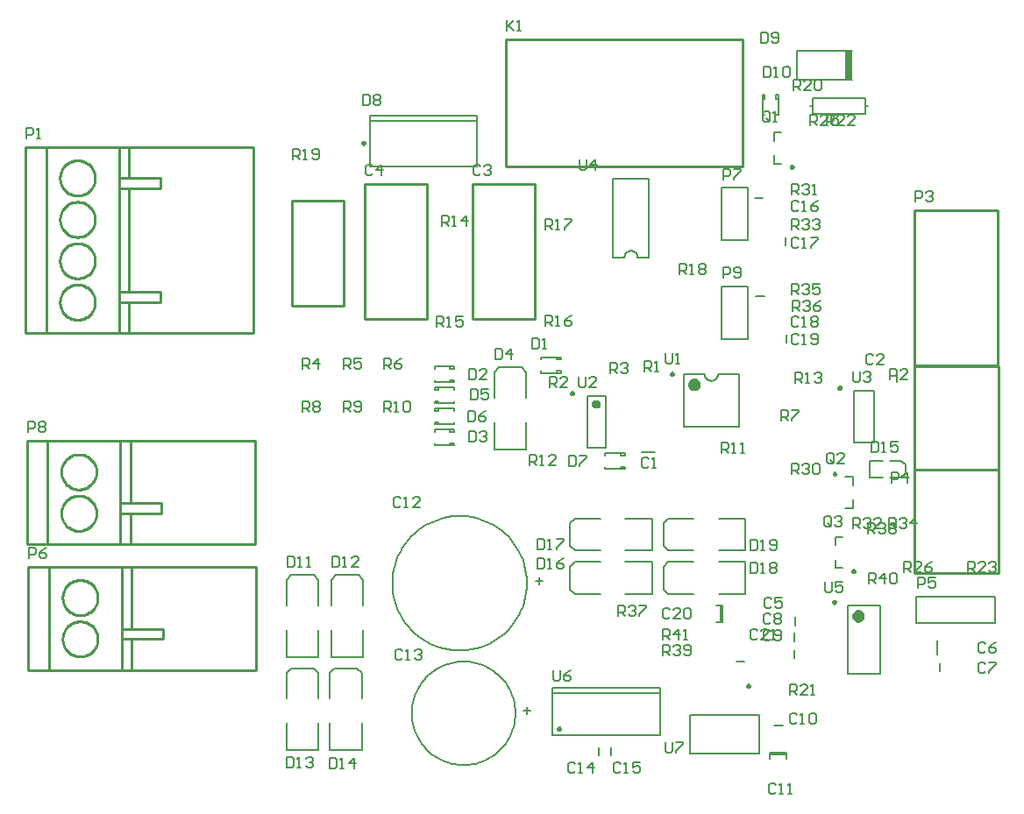
<source format=gto>
%FSDAX24Y24*%
%MOIN*%
%SFA1B1*%

%IPPOS*%
%ADD10C,0.008000*%
%ADD30C,0.010000*%
%ADD55C,0.009800*%
%ADD56C,0.007900*%
%ADD57C,0.023600*%
%ADD58C,0.015700*%
%ADD59R,0.031500X0.110200*%
%LNde-160724-1*%
%LPD*%
G54D10*
X030067Y029033D02*
X030000Y029100D01*
X029867*
X029800Y029033*
Y028767*
X029867Y028700*
X030000*
X030067Y028767*
X030200Y028700D02*
X030333D01*
X030267*
Y029100*
X030200Y029033*
X038607Y032953D02*
X038540Y033020D01*
X038407*
X038340Y032953*
Y032687*
X038407Y032620*
X038540*
X038607Y032687*
X039006Y032620D02*
X038740D01*
X039006Y032887*
Y032953*
X038940Y033020*
X038807*
X038740Y032953*
X023667Y040142D02*
X023600Y040208D01*
X023467*
X023400Y040142*
Y039875*
X023467Y039808*
X023600*
X023667Y039875*
X023800Y040142D02*
X023867Y040208D01*
X024000*
X024066Y040142*
Y040075*
X024000Y040008*
X023933*
X024000*
X024066Y039942*
Y039875*
X024000Y039808*
X023867*
X023800Y039875*
X019567Y040142D02*
X019500Y040208D01*
X019367*
X019300Y040142*
Y039875*
X019367Y039808*
X019500*
X019567Y039875*
X019900Y039808D02*
Y040208D01*
X019700Y040008*
X019966*
X034722Y023703D02*
X034655Y023770D01*
X034522*
X034455Y023703*
Y023437*
X034522Y023370*
X034655*
X034722Y023437*
X035122Y023770D02*
X034855D01*
Y023570*
X034989Y023637*
X035055*
X035122Y023570*
Y023437*
X035055Y023370*
X034922*
X034855Y023437*
X042867Y021983D02*
X042800Y022050D01*
X042667*
X042600Y021983*
Y021717*
X042667Y021650*
X042800*
X042867Y021717*
X043266Y022050D02*
X043133Y021983D01*
X043000Y021850*
Y021717*
X043067Y021650*
X043200*
X043266Y021717*
Y021783*
X043200Y021850*
X043000*
X042867Y021233D02*
X042800Y021300D01*
X042667*
X042600Y021233*
Y020967*
X042667Y020900*
X042800*
X042867Y020967*
X043000Y021300D02*
X043266D01*
Y021233*
X043000Y020967*
Y020900*
X034707Y023103D02*
X034640Y023170D01*
X034507*
X034440Y023103*
Y022837*
X034507Y022770*
X034640*
X034707Y022837*
X034840Y023103D02*
X034907Y023170D01*
X035040*
X035106Y023103*
Y023037*
X035040Y022970*
X035106Y022903*
Y022837*
X035040Y022770*
X034907*
X034840Y022837*
Y022903*
X034907Y022970*
X034840Y023037*
Y023103*
X034907Y022970D02*
X035040D01*
X034707Y022453D02*
X034640Y022520D01*
X034507*
X034440Y022453*
Y022187*
X034507Y022120*
X034640*
X034707Y022187*
X034840D02*
X034907Y022120D01*
X035040*
X035106Y022187*
Y022453*
X035040Y022520*
X034907*
X034840Y022453*
Y022387*
X034907Y022320*
X035106*
X035717Y019283D02*
X035650Y019350D01*
X035517*
X035450Y019283*
Y019017*
X035517Y018950*
X035650*
X035717Y019017*
X035850Y018950D02*
X035983D01*
X035917*
Y019350*
X035850Y019283*
X036183D02*
X036250Y019350D01*
X036383*
X036450Y019283*
Y019017*
X036383Y018950*
X036250*
X036183Y019017*
Y019283*
X034917Y016633D02*
X034850Y016700D01*
X034717*
X034650Y016633*
Y016367*
X034717Y016300*
X034850*
X034917Y016367*
X035050Y016300D02*
X035183D01*
X035117*
Y016700*
X035050Y016633*
X035383Y016300D02*
X035516D01*
X035450*
Y016700*
X035383Y016633*
X020637Y027513D02*
X020570Y027580D01*
X020437*
X020370Y027513*
Y027247*
X020437Y027180*
X020570*
X020637Y027247*
X020770Y027180D02*
X020903D01*
X020837*
Y027580*
X020770Y027513*
X021370Y027180D02*
X021103D01*
X021370Y027447*
Y027513*
X021303Y027580*
X021170*
X021103Y027513*
X020717Y021733D02*
X020650Y021800D01*
X020517*
X020450Y021733*
Y021467*
X020517Y021400*
X020650*
X020717Y021467*
X020850Y021400D02*
X020983D01*
X020917*
Y021800*
X020850Y021733*
X021183D02*
X021250Y021800D01*
X021383*
X021450Y021733*
Y021667*
X021383Y021600*
X021316*
X021383*
X021450Y021533*
Y021467*
X021383Y021400*
X021250*
X021183Y021467*
X027267Y017433D02*
X027200Y017500D01*
X027067*
X027000Y017433*
Y017167*
X027067Y017100*
X027200*
X027267Y017167*
X027400Y017100D02*
X027533D01*
X027467*
Y017500*
X027400Y017433*
X027933Y017100D02*
Y017500D01*
X027733Y017300*
X028000*
X029017Y017433D02*
X028950Y017500D01*
X028817*
X028750Y017433*
Y017167*
X028817Y017100*
X028950*
X029017Y017167*
X029150Y017100D02*
X029283D01*
X029217*
Y017500*
X029150Y017433*
X029750Y017500D02*
X029483D01*
Y017300*
X029616Y017367*
X029683*
X029750Y017300*
Y017167*
X029683Y017100*
X029550*
X029483Y017167*
X035767Y038783D02*
X035700Y038850D01*
X035567*
X035500Y038783*
Y038517*
X035567Y038450*
X035700*
X035767Y038517*
X035900Y038450D02*
X036033D01*
X035967*
Y038850*
X035900Y038783*
X036500Y038850D02*
X036366Y038783D01*
X036233Y038650*
Y038517*
X036300Y038450*
X036433*
X036500Y038517*
Y038583*
X036433Y038650*
X036233*
X035767Y037383D02*
X035700Y037450D01*
X035567*
X035500Y037383*
Y037117*
X035567Y037050*
X035700*
X035767Y037117*
X035900Y037050D02*
X036033D01*
X035967*
Y037450*
X035900Y037383*
X036233Y037450D02*
X036500D01*
Y037383*
X036233Y037117*
Y037050*
X035767Y034383D02*
X035700Y034450D01*
X035567*
X035500Y034383*
Y034117*
X035567Y034050*
X035700*
X035767Y034117*
X035900Y034050D02*
X036033D01*
X035967*
Y034450*
X035900Y034383*
X036233D02*
X036300Y034450D01*
X036433*
X036500Y034383*
Y034317*
X036433Y034250*
X036500Y034183*
Y034117*
X036433Y034050*
X036300*
X036233Y034117*
Y034183*
X036300Y034250*
X036233Y034317*
Y034383*
X036300Y034250D02*
X036433D01*
X035767Y033733D02*
X035700Y033800D01*
X035567*
X035500Y033733*
Y033467*
X035567Y033400*
X035700*
X035767Y033467*
X035900Y033400D02*
X036033D01*
X035967*
Y033800*
X035900Y033733*
X036233Y033467D02*
X036300Y033400D01*
X036433*
X036500Y033467*
Y033733*
X036433Y033800*
X036300*
X036233Y033733*
Y033667*
X036300Y033600*
X036500*
X030867Y023283D02*
X030800Y023350D01*
X030667*
X030600Y023283*
Y023017*
X030667Y022950*
X030800*
X030867Y023017*
X031266Y022950D02*
X031000D01*
X031266Y023217*
Y023283*
X031200Y023350*
X031067*
X031000Y023283*
X031400D02*
X031466Y023350D01*
X031600*
X031666Y023283*
Y023017*
X031600Y022950*
X031466*
X031400Y023017*
Y023283*
X034217Y022483D02*
X034150Y022550D01*
X034017*
X033950Y022483*
Y022217*
X034017Y022150*
X034150*
X034217Y022217*
X034616Y022150D02*
X034350D01*
X034616Y022417*
Y022483*
X034550Y022550*
X034417*
X034350Y022483*
X034750Y022150D02*
X034883D01*
X034816*
Y022550*
X034750Y022483*
X025640Y033610D02*
Y033210D01*
X025840*
X025907Y033277*
Y033543*
X025840Y033610*
X025640*
X026040Y033210D02*
X026173D01*
X026107*
Y033610*
X026040Y033543*
X023250Y032450D02*
Y032050D01*
X023450*
X023517Y032117*
Y032383*
X023450Y032450*
X023250*
X023916Y032050D02*
X023650D01*
X023916Y032317*
Y032383*
X023850Y032450*
X023717*
X023650Y032383*
X023250Y030100D02*
Y029700D01*
X023450*
X023517Y029767*
Y030033*
X023450Y030100*
X023250*
X023650Y030033D02*
X023717Y030100D01*
X023850*
X023916Y030033*
Y029967*
X023850Y029900*
X023783*
X023850*
X023916Y029833*
Y029767*
X023850Y029700*
X023717*
X023650Y029767*
X024230Y033230D02*
Y032830D01*
X024430*
X024497Y032897*
Y033163*
X024430Y033230*
X024230*
X024830Y032830D02*
Y033230D01*
X024630Y033030*
X024896*
X023300Y031700D02*
Y031300D01*
X023500*
X023567Y031367*
Y031633*
X023500Y031700*
X023300*
X023966D02*
X023700D01*
Y031500*
X023833Y031567*
X023900*
X023966Y031500*
Y031367*
X023900Y031300*
X023767*
X023700Y031367*
X023200Y030850D02*
Y030450D01*
X023400*
X023467Y030517*
Y030783*
X023400Y030850*
X023200*
X023866D02*
X023733Y030783D01*
X023600Y030650*
Y030517*
X023667Y030450*
X023800*
X023866Y030517*
Y030583*
X023800Y030650*
X023600*
X027050Y029150D02*
Y028750D01*
X027250*
X027317Y028817*
Y029083*
X027250Y029150*
X027050*
X027450D02*
X027716D01*
Y029083*
X027450Y028817*
Y028750*
X019200Y042880D02*
Y042480D01*
X019400*
X019467Y042547*
Y042813*
X019400Y042880*
X019200*
X019600Y042813D02*
X019667Y042880D01*
X019800*
X019866Y042813*
Y042747*
X019800Y042680*
X019866Y042613*
Y042547*
X019800Y042480*
X019667*
X019600Y042547*
Y042613*
X019667Y042680*
X019600Y042747*
Y042813*
X019667Y042680D02*
X019800D01*
X034340Y045270D02*
Y044870D01*
X034540*
X034607Y044937*
Y045203*
X034540Y045270*
X034340*
X034740Y044937D02*
X034807Y044870D01*
X034940*
X035006Y044937*
Y045203*
X034940Y045270*
X034807*
X034740Y045203*
Y045137*
X034807Y045070*
X035006*
X034450Y043970D02*
Y043570D01*
X034650*
X034717Y043637*
Y043903*
X034650Y043970*
X034450*
X034850Y043570D02*
X034983D01*
X034917*
Y043970*
X034850Y043903*
X035183D02*
X035250Y043970D01*
X035383*
X035450Y043903*
Y043637*
X035383Y043570*
X035250*
X035183Y043637*
Y043903*
X016330Y025330D02*
Y024930D01*
X016530*
X016597Y024997*
Y025263*
X016530Y025330*
X016330*
X016730Y024930D02*
X016863D01*
X016797*
Y025330*
X016730Y025263*
X017063Y024930D02*
X017196D01*
X017130*
Y025330*
X017063Y025263*
X018030Y025330D02*
Y024930D01*
X018230*
X018297Y024997*
Y025263*
X018230Y025330*
X018030*
X018430Y024930D02*
X018563D01*
X018497*
Y025330*
X018430Y025263*
X019030Y024930D02*
X018763D01*
X019030Y025197*
Y025263*
X018963Y025330*
X018830*
X018763Y025263*
X016300Y017700D02*
Y017300D01*
X016500*
X016567Y017367*
Y017633*
X016500Y017700*
X016300*
X016700Y017300D02*
X016833D01*
X016767*
Y017700*
X016700Y017633*
X017033D02*
X017100Y017700D01*
X017233*
X017300Y017633*
Y017567*
X017233Y017500*
X017166*
X017233*
X017300Y017433*
Y017367*
X017233Y017300*
X017100*
X017033Y017367*
X017950Y017650D02*
Y017250D01*
X018150*
X018217Y017317*
Y017583*
X018150Y017650*
X017950*
X018350Y017250D02*
X018483D01*
X018417*
Y017650*
X018350Y017583*
X018883Y017250D02*
Y017650D01*
X018683Y017450*
X018950*
X038530Y029680D02*
Y029280D01*
X038730*
X038797Y029347*
Y029613*
X038730Y029680*
X038530*
X038930Y029280D02*
X039063D01*
X038997*
Y029680*
X038930Y029613*
X039530Y029680D02*
X039263D01*
Y029480*
X039396Y029547*
X039463*
X039530Y029480*
Y029347*
X039463Y029280*
X039330*
X039263Y029347*
X025850Y025250D02*
Y024850D01*
X026050*
X026117Y024917*
Y025183*
X026050Y025250*
X025850*
X026250Y024850D02*
X026383D01*
X026317*
Y025250*
X026250Y025183*
X026850Y025250D02*
X026716Y025183D01*
X026583Y025050*
Y024917*
X026650Y024850*
X026783*
X026850Y024917*
Y024983*
X026783Y025050*
X026583*
X025850Y026000D02*
Y025600D01*
X026050*
X026117Y025667*
Y025933*
X026050Y026000*
X025850*
X026250Y025600D02*
X026383D01*
X026317*
Y026000*
X026250Y025933*
X026583Y026000D02*
X026850D01*
Y025933*
X026583Y025667*
Y025600*
X033950Y025100D02*
Y024700D01*
X034150*
X034217Y024767*
Y025033*
X034150Y025100*
X033950*
X034350Y024700D02*
X034483D01*
X034417*
Y025100*
X034350Y025033*
X034683D02*
X034750Y025100D01*
X034883*
X034950Y025033*
Y024967*
X034883Y024900*
X034950Y024833*
Y024767*
X034883Y024700*
X034750*
X034683Y024767*
Y024833*
X034750Y024900*
X034683Y024967*
Y025033*
X034750Y024900D02*
X034883D01*
X033950Y025950D02*
Y025550D01*
X034150*
X034217Y025617*
Y025883*
X034150Y025950*
X033950*
X034350Y025550D02*
X034483D01*
X034417*
Y025950*
X034350Y025883*
X034683Y025617D02*
X034750Y025550D01*
X034883*
X034950Y025617*
Y025883*
X034883Y025950*
X034750*
X034683Y025883*
Y025817*
X034750Y025750*
X034950*
X024680Y045710D02*
Y045310D01*
Y045443*
X024947Y045710*
X024747Y045510*
X024947Y045310*
X025080D02*
X025213D01*
X025147*
Y045710*
X025080Y045643*
X006410Y041230D02*
Y041630D01*
X006610*
X006677Y041563*
Y041430*
X006610Y041363*
X006410*
X006810Y041230D02*
X006943D01*
X006877*
Y041630*
X006810Y041563*
X039250Y032050D02*
Y032450D01*
X039450*
X039517Y032383*
Y032250*
X039450Y032183*
X039250*
X039916Y032050D02*
X039650D01*
X039916Y032317*
Y032383*
X039850Y032450*
X039717*
X039650Y032383*
X040210Y038830D02*
Y039230D01*
X040410*
X040477Y039163*
Y039030*
X040410Y038963*
X040210*
X040610Y039163D02*
X040677Y039230D01*
X040810*
X040876Y039163*
Y039097*
X040810Y039030*
X040743*
X040810*
X040876Y038963*
Y038897*
X040810Y038830*
X040677*
X040610Y038897*
X039300Y028116D02*
Y028516D01*
X039500*
X039567Y028449*
Y028316*
X039500Y028249*
X039300*
X039900Y028116D02*
Y028516D01*
X039700Y028316*
X039966*
X040290Y024120D02*
Y024520D01*
X040490*
X040557Y024453*
Y024320*
X040490Y024253*
X040290*
X040956Y024520D02*
X040690D01*
Y024320*
X040823Y024387*
X040890*
X040956Y024320*
Y024187*
X040890Y024120*
X040757*
X040690Y024187*
X006510Y025261D02*
Y025661D01*
X006710*
X006777Y025595*
Y025461*
X006710Y025395*
X006510*
X007176Y025661D02*
X007043Y025595D01*
X006910Y025461*
Y025328*
X006977Y025261*
X007110*
X007176Y025328*
Y025395*
X007110Y025461*
X006910*
X032890Y039670D02*
Y040070D01*
X033090*
X033157Y040003*
Y039870*
X033090Y039803*
X032890*
X033290Y040070D02*
X033556D01*
Y040003*
X033290Y039737*
Y039670*
X006460Y030044D02*
Y030444D01*
X006660*
X006727Y030377*
Y030244*
X006660Y030178*
X006460*
X006860Y030377D02*
X006927Y030444D01*
X007060*
X007126Y030377*
Y030311*
X007060Y030244*
X007126Y030178*
Y030111*
X007060Y030044*
X006927*
X006860Y030111*
Y030178*
X006927Y030244*
X006860Y030311*
Y030377*
X006927Y030244D02*
X007060D01*
X032890Y035920D02*
Y036320D01*
X033090*
X033157Y036253*
Y036120*
X033090Y036053*
X032890*
X033290Y035987D02*
X033357Y035920D01*
X033490*
X033556Y035987*
Y036253*
X033490Y036320*
X033357*
X033290Y036253*
Y036187*
X033357Y036120*
X033556*
X034657Y041907D02*
Y042173D01*
X034590Y042240*
X034457*
X034390Y042173*
Y041907*
X034457Y041840*
X034590*
X034523Y041973D02*
X034657Y041840D01*
X034590D02*
X034657Y041907D01*
X034790Y041840D02*
X034923D01*
X034857*
Y042240*
X034790Y042173*
X037107Y028907D02*
Y029173D01*
X037040Y029240*
X036907*
X036840Y029173*
Y028907*
X036907Y028840*
X037040*
X036973Y028973D02*
X037107Y028840D01*
X037040D02*
X037107Y028907D01*
X037506Y028840D02*
X037240D01*
X037506Y029107*
Y029173*
X037440Y029240*
X037307*
X037240Y029173*
X036997Y026527D02*
Y026793D01*
X036930Y026860*
X036797*
X036730Y026793*
Y026527*
X036797Y026460*
X036930*
X036863Y026593D02*
X036997Y026460D01*
X036930D02*
X036997Y026527D01*
X037130Y026793D02*
X037197Y026860D01*
X037330*
X037396Y026793*
Y026727*
X037330Y026660*
X037263*
X037330*
X037396Y026593*
Y026527*
X037330Y026460*
X037197*
X037130Y026527*
X029890Y032370D02*
Y032770D01*
X030090*
X030157Y032703*
Y032570*
X030090Y032503*
X029890*
X030023D02*
X030157Y032370D01*
X030290D02*
X030423D01*
X030357*
Y032770*
X030290Y032703*
X026300Y031750D02*
Y032150D01*
X026500*
X026567Y032083*
Y031950*
X026500Y031883*
X026300*
X026433D02*
X026567Y031750D01*
X026966D02*
X026700D01*
X026966Y032017*
Y032083*
X026900Y032150*
X026767*
X026700Y032083*
X028600Y032300D02*
Y032700D01*
X028800*
X028867Y032633*
Y032500*
X028800Y032433*
X028600*
X028733D02*
X028867Y032300D01*
X029000Y032633D02*
X029067Y032700D01*
X029200*
X029266Y032633*
Y032567*
X029200Y032500*
X029133*
X029200*
X029266Y032433*
Y032367*
X029200Y032300*
X029067*
X029000Y032367*
X016910Y032470D02*
Y032870D01*
X017110*
X017177Y032803*
Y032670*
X017110Y032603*
X016910*
X017043D02*
X017177Y032470D01*
X017510D02*
Y032870D01*
X017310Y032670*
X017576*
X018460Y032470D02*
Y032870D01*
X018660*
X018727Y032803*
Y032670*
X018660Y032603*
X018460*
X018593D02*
X018727Y032470D01*
X019126Y032870D02*
X018860D01*
Y032670*
X018993Y032737*
X019060*
X019126Y032670*
Y032537*
X019060Y032470*
X018927*
X018860Y032537*
X020010Y032470D02*
Y032870D01*
X020210*
X020277Y032803*
Y032670*
X020210Y032603*
X020010*
X020143D02*
X020277Y032470D01*
X020676Y032870D02*
X020543Y032803D01*
X020410Y032670*
Y032537*
X020477Y032470*
X020610*
X020676Y032537*
Y032603*
X020610Y032670*
X020410*
X035100Y030500D02*
Y030900D01*
X035300*
X035367Y030833*
Y030700*
X035300Y030633*
X035100*
X035233D02*
X035367Y030500D01*
X035500Y030900D02*
X035766D01*
Y030833*
X035500Y030567*
Y030500*
X016910Y030820D02*
Y031220D01*
X017110*
X017177Y031153*
Y031020*
X017110Y030953*
X016910*
X017043D02*
X017177Y030820D01*
X017310Y031153D02*
X017377Y031220D01*
X017510*
X017576Y031153*
Y031087*
X017510Y031020*
X017576Y030953*
Y030887*
X017510Y030820*
X017377*
X017310Y030887*
Y030953*
X017377Y031020*
X017310Y031087*
Y031153*
X017377Y031020D02*
X017510D01*
X018484Y030820D02*
Y031220D01*
X018684*
X018751Y031153*
Y031020*
X018684Y030953*
X018484*
X018617D02*
X018751Y030820D01*
X018884Y030887D02*
X018951Y030820D01*
X019084*
X019150Y030887*
Y031153*
X019084Y031220*
X018951*
X018884Y031153*
Y031087*
X018951Y031020*
X019150*
X020010Y030820D02*
Y031220D01*
X020210*
X020277Y031153*
Y031020*
X020210Y030953*
X020010*
X020143D02*
X020277Y030820D01*
X020410D02*
X020543D01*
X020477*
Y031220*
X020410Y031153*
X020743D02*
X020810Y031220D01*
X020943*
X021010Y031153*
Y030887*
X020943Y030820*
X020810*
X020743Y030887*
Y031153*
X032850Y029250D02*
Y029650D01*
X033050*
X033117Y029583*
Y029450*
X033050Y029383*
X032850*
X032983D02*
X033117Y029250D01*
X033250D02*
X033383D01*
X033317*
Y029650*
X033250Y029583*
X033583Y029250D02*
X033716D01*
X033650*
Y029650*
X033583Y029583*
X025550Y028800D02*
Y029200D01*
X025750*
X025817Y029133*
Y029000*
X025750Y028933*
X025550*
X025683D02*
X025817Y028800D01*
X025950D02*
X026083D01*
X026017*
Y029200*
X025950Y029133*
X026550Y028800D02*
X026283D01*
X026550Y029067*
Y029133*
X026483Y029200*
X026350*
X026283Y029133*
X035640Y031920D02*
Y032320D01*
X035840*
X035907Y032253*
Y032120*
X035840Y032053*
X035640*
X035773D02*
X035907Y031920D01*
X036040D02*
X036173D01*
X036107*
Y032320*
X036040Y032253*
X036373D02*
X036440Y032320D01*
X036573*
X036640Y032253*
Y032187*
X036573Y032120*
X036506*
X036573*
X036640Y032053*
Y031987*
X036573Y031920*
X036440*
X036373Y031987*
X022190Y037876D02*
Y038276D01*
X022390*
X022457Y038209*
Y038076*
X022390Y038009*
X022190*
X022323D02*
X022457Y037876D01*
X022590D02*
X022723D01*
X022657*
Y038276*
X022590Y038209*
X023123Y037876D02*
Y038276D01*
X022923Y038076*
X023190*
X022000Y034050D02*
Y034450D01*
X022200*
X022267Y034383*
Y034250*
X022200Y034183*
X022000*
X022133D02*
X022267Y034050D01*
X022400D02*
X022533D01*
X022467*
Y034450*
X022400Y034383*
X023000Y034450D02*
X022733D01*
Y034250*
X022866Y034317*
X022933*
X023000Y034250*
Y034117*
X022933Y034050*
X022800*
X022733Y034117*
X026150Y034100D02*
Y034500D01*
X026350*
X026417Y034433*
Y034300*
X026350Y034233*
X026150*
X026283D02*
X026417Y034100D01*
X026550D02*
X026683D01*
X026617*
Y034500*
X026550Y034433*
X027150Y034500D02*
X027016Y034433D01*
X026883Y034300*
Y034167*
X026950Y034100*
X027083*
X027150Y034167*
Y034233*
X027083Y034300*
X026883*
X026140Y037750D02*
Y038150D01*
X026340*
X026407Y038083*
Y037950*
X026340Y037883*
X026140*
X026273D02*
X026407Y037750D01*
X026540D02*
X026673D01*
X026607*
Y038150*
X026540Y038083*
X026873Y038150D02*
X027140D01*
Y038083*
X026873Y037817*
Y037750*
X031250Y036050D02*
Y036450D01*
X031450*
X031517Y036383*
Y036250*
X031450Y036183*
X031250*
X031383D02*
X031517Y036050D01*
X031650D02*
X031783D01*
X031717*
Y036450*
X031650Y036383*
X031983D02*
X032050Y036450D01*
X032183*
X032250Y036383*
Y036317*
X032183Y036250*
X032250Y036183*
Y036117*
X032183Y036050*
X032050*
X031983Y036117*
Y036183*
X032050Y036250*
X031983Y036317*
Y036383*
X032050Y036250D02*
X032183D01*
X016550Y040420D02*
Y040820D01*
X016750*
X016817Y040753*
Y040620*
X016750Y040553*
X016550*
X016683D02*
X016817Y040420D01*
X016950D02*
X017083D01*
X017017*
Y040820*
X016950Y040753*
X017283Y040487D02*
X017350Y040420D01*
X017483*
X017550Y040487*
Y040753*
X017483Y040820*
X017350*
X017283Y040753*
Y040687*
X017350Y040620*
X017550*
X035560Y043070D02*
Y043470D01*
X035760*
X035827Y043403*
Y043270*
X035760Y043203*
X035560*
X035693D02*
X035827Y043070D01*
X036226D02*
X035960D01*
X036226Y043337*
Y043403*
X036160Y043470*
X036027*
X035960Y043403*
X036360D02*
X036426Y043470D01*
X036560*
X036626Y043403*
Y043137*
X036560Y043070*
X036426*
X036360Y043137*
Y043403*
X035450Y020050D02*
Y020450D01*
X035650*
X035717Y020383*
Y020250*
X035650Y020183*
X035450*
X035583D02*
X035717Y020050D01*
X036116D02*
X035850D01*
X036116Y020317*
Y020383*
X036050Y020450*
X035917*
X035850Y020383*
X036250Y020050D02*
X036383D01*
X036316*
Y020450*
X036250Y020383*
X036840Y041720D02*
Y042120D01*
X037040*
X037107Y042053*
Y041920*
X037040Y041853*
X036840*
X036973D02*
X037107Y041720D01*
X037506D02*
X037240D01*
X037506Y041987*
Y042053*
X037440Y042120*
X037307*
X037240Y042053*
X037906Y041720D02*
X037640D01*
X037906Y041987*
Y042053*
X037840Y042120*
X037706*
X037640Y042053*
X042190Y024720D02*
Y025120D01*
X042390*
X042457Y025053*
Y024920*
X042390Y024853*
X042190*
X042323D02*
X042457Y024720D01*
X042856D02*
X042590D01*
X042856Y024987*
Y025053*
X042790Y025120*
X042657*
X042590Y025053*
X042990D02*
X043056Y025120D01*
X043190*
X043256Y025053*
Y024987*
X043190Y024920*
X043123*
X043190*
X043256Y024853*
Y024787*
X043190Y024720*
X043056*
X042990Y024787*
X036190Y041720D02*
Y042120D01*
X036390*
X036457Y042053*
Y041920*
X036390Y041853*
X036190*
X036323D02*
X036457Y041720D01*
X036856D02*
X036590D01*
X036856Y041987*
Y042053*
X036790Y042120*
X036657*
X036590Y042053*
X037256Y042120D02*
X036990D01*
Y041920*
X037123Y041987*
X037190*
X037256Y041920*
Y041787*
X037190Y041720*
X037056*
X036990Y041787*
X039775Y024720D02*
Y025120D01*
X039975*
X040041Y025053*
Y024920*
X039975Y024853*
X039775*
X039908D02*
X040041Y024720D01*
X040441D02*
X040175D01*
X040441Y024987*
Y025053*
X040374Y025120*
X040241*
X040175Y025053*
X040841Y025120D02*
X040708Y025053D01*
X040574Y024920*
Y024787*
X040641Y024720*
X040774*
X040841Y024787*
Y024853*
X040774Y024920*
X040574*
X035500Y028450D02*
Y028850D01*
X035700*
X035767Y028783*
Y028650*
X035700Y028583*
X035500*
X035633D02*
X035767Y028450D01*
X035900Y028783D02*
X035967Y028850D01*
X036100*
X036166Y028783*
Y028717*
X036100Y028650*
X036033*
X036100*
X036166Y028583*
Y028517*
X036100Y028450*
X035967*
X035900Y028517*
X036300Y028783D02*
X036366Y028850D01*
X036500*
X036566Y028783*
Y028517*
X036500Y028450*
X036366*
X036300Y028517*
Y028783*
X035500Y039100D02*
Y039500D01*
X035700*
X035767Y039433*
Y039300*
X035700Y039233*
X035500*
X035633D02*
X035767Y039100D01*
X035900Y039433D02*
X035967Y039500D01*
X036100*
X036166Y039433*
Y039367*
X036100Y039300*
X036033*
X036100*
X036166Y039233*
Y039167*
X036100Y039100*
X035967*
X035900Y039167*
X036300Y039100D02*
X036433D01*
X036366*
Y039500*
X036300Y039433*
X037850Y026400D02*
Y026800D01*
X038050*
X038117Y026733*
Y026600*
X038050Y026533*
X037850*
X037983D02*
X038117Y026400D01*
X038250Y026733D02*
X038317Y026800D01*
X038450*
X038516Y026733*
Y026667*
X038450Y026600*
X038383*
X038450*
X038516Y026533*
Y026467*
X038450Y026400*
X038317*
X038250Y026467*
X038916Y026400D02*
X038650D01*
X038916Y026667*
Y026733*
X038850Y026800*
X038716*
X038650Y026733*
X035500Y037750D02*
Y038150D01*
X035700*
X035767Y038083*
Y037950*
X035700Y037883*
X035500*
X035633D02*
X035767Y037750D01*
X035900Y038083D02*
X035967Y038150D01*
X036100*
X036166Y038083*
Y038017*
X036100Y037950*
X036033*
X036100*
X036166Y037883*
Y037817*
X036100Y037750*
X035967*
X035900Y037817*
X036300Y038083D02*
X036366Y038150D01*
X036500*
X036566Y038083*
Y038017*
X036500Y037950*
X036433*
X036500*
X036566Y037883*
Y037817*
X036500Y037750*
X036366*
X036300Y037817*
X039200Y026400D02*
Y026800D01*
X039400*
X039467Y026733*
Y026600*
X039400Y026533*
X039200*
X039333D02*
X039467Y026400D01*
X039600Y026733D02*
X039667Y026800D01*
X039800*
X039866Y026733*
Y026667*
X039800Y026600*
X039733*
X039800*
X039866Y026533*
Y026467*
X039800Y026400*
X039667*
X039600Y026467*
X040200Y026400D02*
Y026800D01*
X040000Y026600*
X040266*
X035500Y035300D02*
Y035700D01*
X035700*
X035767Y035633*
Y035500*
X035700Y035433*
X035500*
X035633D02*
X035767Y035300D01*
X035900Y035633D02*
X035967Y035700D01*
X036100*
X036166Y035633*
Y035567*
X036100Y035500*
X036033*
X036100*
X036166Y035433*
Y035367*
X036100Y035300*
X035967*
X035900Y035367*
X036566Y035700D02*
X036300D01*
Y035500*
X036433Y035567*
X036500*
X036566Y035500*
Y035367*
X036500Y035300*
X036366*
X036300Y035367*
X035550Y034650D02*
Y035050D01*
X035750*
X035817Y034983*
Y034850*
X035750Y034783*
X035550*
X035683D02*
X035817Y034650D01*
X035950Y034983D02*
X036017Y035050D01*
X036150*
X036216Y034983*
Y034917*
X036150Y034850*
X036083*
X036150*
X036216Y034783*
Y034717*
X036150Y034650*
X036017*
X035950Y034717*
X036616Y035050D02*
X036483Y034983D01*
X036350Y034850*
Y034717*
X036416Y034650*
X036550*
X036616Y034717*
Y034783*
X036550Y034850*
X036350*
X028900Y023050D02*
Y023450D01*
X029100*
X029167Y023383*
Y023250*
X029100Y023183*
X028900*
X029033D02*
X029167Y023050D01*
X029300Y023383D02*
X029367Y023450D01*
X029500*
X029566Y023383*
Y023317*
X029500Y023250*
X029433*
X029500*
X029566Y023183*
Y023117*
X029500Y023050*
X029367*
X029300Y023117*
X029700Y023450D02*
X029966D01*
Y023383*
X029700Y023117*
Y023050*
X038400Y026200D02*
Y026600D01*
X038600*
X038667Y026533*
Y026400*
X038600Y026333*
X038400*
X038533D02*
X038667Y026200D01*
X038800Y026533D02*
X038867Y026600D01*
X039000*
X039066Y026533*
Y026467*
X039000Y026400*
X038933*
X039000*
X039066Y026333*
Y026267*
X039000Y026200*
X038867*
X038800Y026267*
X039200Y026533D02*
X039266Y026600D01*
X039400*
X039466Y026533*
Y026467*
X039400Y026400*
X039466Y026333*
Y026267*
X039400Y026200*
X039266*
X039200Y026267*
Y026333*
X039266Y026400*
X039200Y026467*
Y026533*
X039266Y026400D02*
X039400D01*
X030600Y021550D02*
Y021950D01*
X030800*
X030867Y021883*
Y021750*
X030800Y021683*
X030600*
X030733D02*
X030867Y021550D01*
X031000Y021883D02*
X031067Y021950D01*
X031200*
X031266Y021883*
Y021817*
X031200Y021750*
X031133*
X031200*
X031266Y021683*
Y021617*
X031200Y021550*
X031067*
X031000Y021617*
X031400D02*
X031466Y021550D01*
X031600*
X031666Y021617*
Y021883*
X031600Y021950*
X031466*
X031400Y021883*
Y021817*
X031466Y021750*
X031666*
X038450Y024300D02*
Y024700D01*
X038650*
X038717Y024633*
Y024500*
X038650Y024433*
X038450*
X038583D02*
X038717Y024300D01*
X039050D02*
Y024700D01*
X038850Y024500*
X039116*
X039250Y024633D02*
X039316Y024700D01*
X039450*
X039516Y024633*
Y024367*
X039450Y024300*
X039316*
X039250Y024367*
Y024633*
X030600Y022150D02*
Y022550D01*
X030800*
X030867Y022483*
Y022350*
X030800Y022283*
X030600*
X030733D02*
X030867Y022150D01*
X031200D02*
Y022550D01*
X031000Y022350*
X031266*
X031400Y022150D02*
X031533D01*
X031466*
Y022550*
X031400Y022483*
X030690Y033040D02*
Y032707D01*
X030757Y032640*
X030890*
X030957Y032707*
Y033040*
X031090Y032640D02*
X031223D01*
X031157*
Y033040*
X031090Y032973*
X027400Y032150D02*
Y031817D01*
X027467Y031750*
X027600*
X027667Y031817*
Y032150*
X028066Y031750D02*
X027800D01*
X028066Y032017*
Y032083*
X028000Y032150*
X027867*
X027800Y032083*
X037850Y032350D02*
Y032017D01*
X037917Y031950*
X038050*
X038117Y032017*
Y032350*
X038250Y032283D02*
X038317Y032350D01*
X038450*
X038516Y032283*
Y032217*
X038450Y032150*
X038383*
X038450*
X038516Y032083*
Y032017*
X038450Y031950*
X038317*
X038250Y032017*
X027450Y040430D02*
Y040097D01*
X027517Y040030*
X027650*
X027717Y040097*
Y040430*
X028050Y040030D02*
Y040430D01*
X027850Y040230*
X028116*
X030700Y018250D02*
Y017917D01*
X030767Y017850*
X030900*
X030967Y017917*
Y018250*
X031100D02*
X031366D01*
Y018183*
X031100Y017917*
Y017850*
X036760Y024370D02*
Y024037D01*
X036827Y023970*
X036960*
X037027Y024037*
Y024370*
X037426D02*
X037160D01*
Y024170*
X037293Y024237*
X037360*
X037426Y024170*
Y024037*
X037360Y023970*
X037227*
X037160Y024037*
X026450Y021000D02*
Y020667D01*
X026517Y020600*
X026650*
X026717Y020667*
Y021000*
X027116D02*
X026983Y020933D01*
X026850Y020800*
Y020667*
X026917Y020600*
X027050*
X027116Y020667*
Y020733*
X027050Y020800*
X026850*
X026024Y024395D02*
X025757D01*
X025891Y024262D02*
Y024529D01*
X025583Y019445D02*
X025317D01*
X025450Y019312D02*
Y019579D01*
G54D30*
X009070Y028537D02*
D01*
X009068Y028583*
X009063Y028630*
X009055Y028676*
X009044Y028721*
X009029Y028765*
X009012Y028809*
X008991Y028851*
X008968Y028891*
X008942Y028930*
X008913Y028967*
X008882Y029001*
X008848Y029034*
X008812Y029064*
X008775Y029091*
X008735Y029116*
X008694Y029138*
X008651Y029157*
X008607Y029173*
X008562Y029186*
X008517Y029195*
X008470Y029202*
X008424Y029205*
X008377*
X008331Y029202*
X008284Y029195*
X008239Y029186*
X008194Y029173*
X008150Y029157*
X008107Y029138*
X008066Y029116*
X008026Y029091*
X007989Y029064*
X007953Y029034*
X007919Y029001*
X007888Y028967*
X007859Y028930*
X007833Y028891*
X007810Y028851*
X007789Y028809*
X007772Y028765*
X007757Y028721*
X007746Y028676*
X007738Y028630*
X007733Y028583*
X007732Y028537*
X007733Y028490*
X007738Y028443*
X007746Y028397*
X007757Y028352*
X007772Y028308*
X007789Y028264*
X007810Y028222*
X007833Y028182*
X007859Y028143*
X007888Y028106*
X007919Y028072*
X007953Y028039*
X007989Y028009*
X008026Y027982*
X008066Y027957*
X008107Y027935*
X008150Y027916*
X008194Y027900*
X008239Y027887*
X008284Y027878*
X008331Y027871*
X008377Y027868*
X008424*
X008470Y027871*
X008517Y027878*
X008562Y027887*
X008607Y027900*
X008651Y027916*
X008694Y027935*
X008735Y027957*
X008775Y027982*
X008812Y028009*
X008848Y028039*
X008882Y028072*
X008913Y028106*
X008942Y028143*
X008968Y028182*
X008991Y028222*
X009012Y028264*
X009029Y028308*
X009044Y028352*
X009055Y028397*
X009063Y028443*
X009068Y028490*
X009070Y028537*
Y026963D02*
D01*
X009068Y027009*
X009063Y027056*
X009055Y027102*
X009044Y027147*
X009029Y027191*
X009012Y027235*
X008991Y027277*
X008968Y027317*
X008942Y027356*
X008913Y027393*
X008882Y027427*
X008848Y027460*
X008812Y027490*
X008775Y027517*
X008735Y027542*
X008694Y027564*
X008651Y027583*
X008607Y027599*
X008562Y027612*
X008517Y027621*
X008470Y027628*
X008424Y027631*
X008377*
X008331Y027628*
X008284Y027621*
X008239Y027612*
X008194Y027599*
X008150Y027583*
X008107Y027564*
X008066Y027542*
X008026Y027517*
X007989Y027490*
X007953Y027460*
X007919Y027427*
X007888Y027393*
X007859Y027356*
X007833Y027317*
X007810Y027277*
X007789Y027235*
X007772Y027191*
X007757Y027147*
X007746Y027102*
X007738Y027056*
X007733Y027009*
X007732Y026963*
X007733Y026916*
X007738Y026869*
X007746Y026823*
X007757Y026778*
X007772Y026734*
X007789Y026690*
X007810Y026648*
X007833Y026608*
X007859Y026569*
X007888Y026532*
X007919Y026498*
X007953Y026465*
X007989Y026435*
X008026Y026408*
X008066Y026383*
X008107Y026361*
X008150Y026342*
X008194Y026326*
X008239Y026313*
X008284Y026304*
X008331Y026297*
X008377Y026294*
X008424*
X008470Y026297*
X008517Y026304*
X008562Y026313*
X008607Y026326*
X008651Y026342*
X008694Y026361*
X008735Y026383*
X008775Y026408*
X008812Y026435*
X008848Y026465*
X008882Y026498*
X008913Y026532*
X008942Y026569*
X008968Y026608*
X008991Y026648*
X009012Y026690*
X009029Y026734*
X009044Y026778*
X009055Y026823*
X009063Y026869*
X009068Y026916*
X009070Y026963*
X009120Y023753D02*
D01*
X009118Y023799*
X009113Y023846*
X009105Y023892*
X009094Y023937*
X009079Y023981*
X009062Y024025*
X009041Y024067*
X009018Y024107*
X008992Y024146*
X008963Y024183*
X008932Y024217*
X008898Y024250*
X008862Y024280*
X008825Y024307*
X008785Y024332*
X008744Y024354*
X008701Y024373*
X008657Y024389*
X008612Y024402*
X008567Y024411*
X008520Y024418*
X008474Y024421*
X008427*
X008381Y024418*
X008334Y024411*
X008289Y024402*
X008244Y024389*
X008200Y024373*
X008157Y024354*
X008116Y024332*
X008076Y024307*
X008039Y024280*
X008003Y024250*
X007969Y024217*
X007938Y024183*
X007909Y024146*
X007883Y024107*
X007860Y024067*
X007839Y024025*
X007822Y023981*
X007807Y023937*
X007796Y023892*
X007788Y023846*
X007783Y023799*
X007782Y023753*
X007783Y023706*
X007788Y023659*
X007796Y023613*
X007807Y023568*
X007822Y023524*
X007839Y023480*
X007860Y023438*
X007883Y023398*
X007909Y023359*
X007938Y023322*
X007969Y023288*
X008003Y023255*
X008039Y023225*
X008076Y023198*
X008116Y023173*
X008157Y023151*
X008200Y023132*
X008244Y023116*
X008289Y023103*
X008334Y023094*
X008381Y023087*
X008427Y023084*
X008474*
X008520Y023087*
X008567Y023094*
X008612Y023103*
X008657Y023116*
X008701Y023132*
X008744Y023151*
X008785Y023173*
X008825Y023198*
X008862Y023225*
X008898Y023255*
X008932Y023288*
X008963Y023322*
X008992Y023359*
X009018Y023398*
X009041Y023438*
X009062Y023480*
X009079Y023524*
X009094Y023568*
X009105Y023613*
X009113Y023659*
X009118Y023706*
X009120Y023753*
Y022178D02*
D01*
X009118Y022224*
X009113Y022271*
X009105Y022317*
X009094Y022362*
X009079Y022406*
X009062Y022450*
X009041Y022492*
X009018Y022532*
X008992Y022571*
X008963Y022608*
X008932Y022642*
X008898Y022675*
X008862Y022705*
X008825Y022732*
X008785Y022757*
X008744Y022779*
X008701Y022798*
X008657Y022814*
X008612Y022827*
X008567Y022836*
X008520Y022843*
X008474Y022846*
X008427*
X008381Y022843*
X008334Y022836*
X008289Y022827*
X008244Y022814*
X008200Y022798*
X008157Y022779*
X008116Y022757*
X008076Y022732*
X008039Y022705*
X008003Y022675*
X007969Y022642*
X007938Y022608*
X007909Y022571*
X007883Y022532*
X007860Y022492*
X007839Y022450*
X007822Y022406*
X007807Y022362*
X007796Y022317*
X007788Y022271*
X007783Y022224*
X007782Y022178*
X007783Y022131*
X007788Y022084*
X007796Y022038*
X007807Y021993*
X007822Y021949*
X007839Y021905*
X007860Y021863*
X007883Y021823*
X007909Y021784*
X007938Y021747*
X007969Y021713*
X008003Y021680*
X008039Y021650*
X008076Y021623*
X008116Y021598*
X008157Y021576*
X008200Y021557*
X008244Y021541*
X008289Y021528*
X008334Y021519*
X008381Y021512*
X008427Y021509*
X008474*
X008520Y021512*
X008567Y021519*
X008612Y021528*
X008657Y021541*
X008701Y021557*
X008744Y021576*
X008785Y021598*
X008825Y021623*
X008862Y021650*
X008898Y021680*
X008932Y021713*
X008963Y021747*
X008992Y021784*
X009018Y021823*
X009041Y021863*
X009062Y021905*
X009079Y021949*
X009094Y021993*
X009105Y022038*
X009113Y022084*
X009118Y022131*
X009120Y022178*
X009020Y034991D02*
D01*
X009018Y035037*
X009013Y035084*
X009005Y035130*
X008994Y035175*
X008979Y035219*
X008962Y035263*
X008941Y035305*
X008918Y035345*
X008892Y035384*
X008863Y035421*
X008832Y035455*
X008798Y035488*
X008762Y035518*
X008725Y035545*
X008685Y035570*
X008644Y035592*
X008601Y035611*
X008557Y035627*
X008512Y035640*
X008467Y035649*
X008420Y035656*
X008374Y035659*
X008327*
X008281Y035656*
X008234Y035649*
X008189Y035640*
X008144Y035627*
X008100Y035611*
X008057Y035592*
X008016Y035570*
X007976Y035545*
X007939Y035518*
X007903Y035488*
X007869Y035455*
X007838Y035421*
X007809Y035384*
X007783Y035345*
X007760Y035305*
X007739Y035263*
X007722Y035219*
X007707Y035175*
X007696Y035130*
X007688Y035084*
X007683Y035037*
X007682Y034991*
X007683Y034944*
X007688Y034897*
X007696Y034851*
X007707Y034806*
X007722Y034762*
X007739Y034718*
X007760Y034676*
X007783Y034636*
X007809Y034597*
X007838Y034560*
X007869Y034526*
X007903Y034493*
X007939Y034463*
X007976Y034436*
X008016Y034411*
X008057Y034389*
X008100Y034370*
X008144Y034354*
X008189Y034341*
X008234Y034332*
X008281Y034325*
X008327Y034322*
X008374*
X008420Y034325*
X008467Y034332*
X008512Y034341*
X008557Y034354*
X008601Y034370*
X008644Y034389*
X008685Y034411*
X008725Y034436*
X008762Y034463*
X008798Y034493*
X008832Y034526*
X008863Y034560*
X008892Y034597*
X008918Y034636*
X008941Y034676*
X008962Y034718*
X008979Y034762*
X008994Y034806*
X009005Y034851*
X009013Y034897*
X009018Y034944*
X009020Y034991*
Y039715D02*
D01*
X009018Y039761*
X009013Y039808*
X009005Y039854*
X008994Y039899*
X008979Y039943*
X008962Y039987*
X008941Y040029*
X008918Y040069*
X008892Y040108*
X008863Y040145*
X008832Y040179*
X008798Y040212*
X008762Y040242*
X008725Y040269*
X008685Y040294*
X008644Y040316*
X008601Y040335*
X008557Y040351*
X008512Y040364*
X008467Y040373*
X008420Y040380*
X008374Y040383*
X008327*
X008281Y040380*
X008234Y040373*
X008189Y040364*
X008144Y040351*
X008100Y040335*
X008057Y040316*
X008016Y040294*
X007976Y040269*
X007939Y040242*
X007903Y040212*
X007869Y040179*
X007838Y040145*
X007809Y040108*
X007783Y040069*
X007760Y040029*
X007739Y039987*
X007722Y039943*
X007707Y039899*
X007696Y039854*
X007688Y039808*
X007683Y039761*
X007682Y039715*
X007683Y039668*
X007688Y039621*
X007696Y039575*
X007707Y039530*
X007722Y039486*
X007739Y039442*
X007760Y039400*
X007783Y039360*
X007809Y039321*
X007838Y039284*
X007869Y039250*
X007903Y039217*
X007939Y039187*
X007976Y039160*
X008016Y039135*
X008057Y039113*
X008100Y039094*
X008144Y039078*
X008189Y039065*
X008234Y039056*
X008281Y039049*
X008327Y039046*
X008374*
X008420Y039049*
X008467Y039056*
X008512Y039065*
X008557Y039078*
X008601Y039094*
X008644Y039113*
X008685Y039135*
X008725Y039160*
X008762Y039187*
X008798Y039217*
X008832Y039250*
X008863Y039284*
X008892Y039321*
X008918Y039360*
X008941Y039400*
X008962Y039442*
X008979Y039486*
X008994Y039530*
X009005Y039575*
X009013Y039621*
X009018Y039668*
X009020Y039715*
Y036565D02*
D01*
X009018Y036611*
X009013Y036658*
X009005Y036704*
X008994Y036749*
X008979Y036793*
X008962Y036837*
X008941Y036879*
X008918Y036919*
X008892Y036958*
X008863Y036995*
X008832Y037029*
X008798Y037062*
X008762Y037092*
X008725Y037119*
X008685Y037144*
X008644Y037166*
X008601Y037185*
X008557Y037201*
X008512Y037214*
X008467Y037223*
X008420Y037230*
X008374Y037233*
X008327*
X008281Y037230*
X008234Y037223*
X008189Y037214*
X008144Y037201*
X008100Y037185*
X008057Y037166*
X008016Y037144*
X007976Y037119*
X007939Y037092*
X007903Y037062*
X007869Y037029*
X007838Y036995*
X007809Y036958*
X007783Y036919*
X007760Y036879*
X007739Y036837*
X007722Y036793*
X007707Y036749*
X007696Y036704*
X007688Y036658*
X007683Y036611*
X007682Y036565*
X007683Y036518*
X007688Y036471*
X007696Y036425*
X007707Y036380*
X007722Y036336*
X007739Y036292*
X007760Y036250*
X007783Y036210*
X007809Y036171*
X007838Y036134*
X007869Y036100*
X007903Y036067*
X007939Y036037*
X007976Y036010*
X008016Y035985*
X008057Y035963*
X008100Y035944*
X008144Y035928*
X008189Y035915*
X008234Y035906*
X008281Y035899*
X008327Y035896*
X008374*
X008420Y035899*
X008467Y035906*
X008512Y035915*
X008557Y035928*
X008601Y035944*
X008644Y035963*
X008685Y035985*
X008725Y036010*
X008762Y036037*
X008798Y036067*
X008832Y036100*
X008863Y036134*
X008892Y036171*
X008918Y036210*
X008941Y036250*
X008962Y036292*
X008979Y036336*
X008994Y036380*
X009005Y036425*
X009013Y036471*
X009018Y036518*
X009020Y036565*
Y038140D02*
D01*
X009018Y038186*
X009013Y038233*
X009005Y038279*
X008994Y038324*
X008979Y038368*
X008962Y038412*
X008941Y038454*
X008918Y038494*
X008892Y038533*
X008863Y038570*
X008832Y038604*
X008798Y038637*
X008762Y038667*
X008725Y038694*
X008685Y038719*
X008644Y038741*
X008601Y038760*
X008557Y038776*
X008512Y038789*
X008467Y038798*
X008420Y038805*
X008374Y038808*
X008327*
X008281Y038805*
X008234Y038798*
X008189Y038789*
X008144Y038776*
X008100Y038760*
X008057Y038741*
X008016Y038719*
X007976Y038694*
X007939Y038667*
X007903Y038637*
X007869Y038604*
X007838Y038570*
X007809Y038533*
X007783Y038494*
X007760Y038454*
X007739Y038412*
X007722Y038368*
X007707Y038324*
X007696Y038279*
X007688Y038233*
X007683Y038186*
X007682Y038140*
X007683Y038093*
X007688Y038046*
X007696Y038000*
X007707Y037955*
X007722Y037911*
X007739Y037867*
X007760Y037825*
X007783Y037785*
X007809Y037746*
X007838Y037709*
X007869Y037675*
X007903Y037642*
X007939Y037612*
X007976Y037585*
X008016Y037560*
X008057Y037538*
X008100Y037519*
X008144Y037503*
X008189Y037490*
X008234Y037481*
X008281Y037474*
X008327Y037471*
X008374*
X008420Y037474*
X008467Y037481*
X008512Y037490*
X008557Y037503*
X008601Y037519*
X008644Y037538*
X008685Y037560*
X008725Y037585*
X008762Y037612*
X008798Y037642*
X008832Y037675*
X008863Y037709*
X008892Y037746*
X008918Y037785*
X008941Y037825*
X008962Y037867*
X008979Y037911*
X008994Y037955*
X009005Y038000*
X009013Y038046*
X009018Y038093*
X009020Y038140*
X006432Y029718D02*
X015094D01*
X006432Y025782D02*
X015094D01*
X006432D02*
Y029718D01*
X009976Y025782D02*
Y029718D01*
X015094Y025782D02*
Y029718D01*
X007220Y025782D02*
Y029718D01*
X010369Y027356D02*
Y029718D01*
X009976Y027356D02*
X011550D01*
Y026963D02*
Y027356D01*
X009976Y026963D02*
X011550D01*
X010369Y025782D02*
Y026963D01*
X006482Y024934D02*
X015144D01*
X006482Y020997D02*
X015144D01*
X006482D02*
Y024934D01*
X010026Y020997D02*
Y024934D01*
X015144Y020997D02*
Y024934D01*
X007270Y020997D02*
Y024934D01*
X010419Y022572D02*
Y024934D01*
X010026Y022572D02*
X011600D01*
Y022178D02*
Y022572D01*
X010026Y022178D02*
X011600D01*
X010419Y020997D02*
Y022178D01*
X024648Y044984D02*
X033624D01*
X024648Y040141D02*
Y044984D01*
X033624Y040141D02*
Y044984D01*
X024648Y040141D02*
X033624D01*
X019269Y039478D02*
X021631D01*
X019269Y034359D02*
X021631D01*
X019269D02*
Y039478D01*
X021631Y034359D02*
Y039478D01*
X023369D02*
X025731D01*
X023369Y034359D02*
X025731D01*
X023369D02*
Y039478D01*
X025731Y034359D02*
Y039478D01*
X018484Y034850D02*
Y038850D01*
X016516Y034850D02*
Y038850D01*
Y034850D02*
X018484D01*
X016516Y038850D02*
X018484D01*
X043325Y032597D02*
Y038503D01*
X040175Y032597D02*
Y038503D01*
Y032597D02*
X043325D01*
X040175Y038503D02*
X043325D01*
X010319Y039715D02*
Y040896D01*
X009926Y039715D02*
X011500D01*
Y039321D02*
Y039715D01*
X009926Y039321D02*
X011500D01*
X010319Y033809D02*
Y034991D01*
X009926D02*
X011500D01*
Y035384*
X009926D02*
X011500D01*
X010319D02*
Y039321D01*
X007170Y033809D02*
Y040896D01*
X015044Y033809D02*
Y040896D01*
X009926Y033809D02*
Y040896D01*
X006382Y033809D02*
Y040896D01*
Y033809D02*
X015044D01*
X006382Y040896D02*
X015044D01*
X043375Y028631D02*
Y032569D01*
X040175D02*
X043375D01*
X040175Y028631D02*
X043375D01*
X040175D02*
Y032569D01*
X043375Y024697D02*
Y028634D01*
X040175D02*
X043375D01*
X040175Y024697D02*
X043375D01*
X040175D02*
Y028634D01*
G54D55*
X037899Y024765D02*
D01*
X037898Y024768*
X037898Y024771*
X037897Y024775*
X037897Y024778*
X037896Y024781*
X037894Y024784*
X037893Y024788*
X037891Y024790*
X037889Y024793*
X037887Y024796*
X037885Y024799*
X037882Y024801*
X037880Y024803*
X037877Y024805*
X037874Y024807*
X037871Y024809*
X037868Y024810*
X037865Y024811*
X037861Y024812*
X037858Y024813*
X037855Y024813*
X037851Y024813*
X037848*
X037844Y024813*
X037841Y024813*
X037838Y024812*
X037834Y024811*
X037831Y024810*
X037828Y024809*
X037825Y024807*
X037822Y024805*
X037819Y024803*
X037817Y024801*
X037814Y024799*
X037812Y024796*
X037810Y024793*
X037808Y024790*
X037806Y024788*
X037805Y024784*
X037803Y024781*
X037802Y024778*
X037802Y024775*
X037801Y024771*
X037801Y024768*
X037801Y024765*
X037801Y024761*
X037801Y024758*
X037802Y024754*
X037802Y024751*
X037803Y024748*
X037805Y024745*
X037806Y024741*
X037808Y024739*
X037810Y024736*
X037812Y024733*
X037814Y024730*
X037817Y024728*
X037819Y024726*
X037822Y024724*
X037825Y024722*
X037828Y024720*
X037831Y024719*
X037834Y024718*
X037838Y024717*
X037841Y024716*
X037844Y024716*
X037848Y024716*
X037851*
X037855Y024716*
X037858Y024716*
X037861Y024717*
X037865Y024718*
X037868Y024719*
X037871Y024720*
X037874Y024722*
X037877Y024724*
X037880Y024726*
X037882Y024728*
X037885Y024730*
X037887Y024733*
X037889Y024736*
X037891Y024739*
X037893Y024741*
X037894Y024745*
X037896Y024748*
X037897Y024751*
X037897Y024754*
X037898Y024758*
X037898Y024761*
X037899Y024765*
X037186Y028459D02*
D01*
X037185Y028462*
X037185Y028465*
X037184Y028469*
X037184Y028472*
X037183Y028475*
X037181Y028478*
X037180Y028482*
X037178Y028484*
X037176Y028487*
X037174Y028490*
X037172Y028493*
X037169Y028495*
X037167Y028497*
X037164Y028499*
X037161Y028501*
X037158Y028503*
X037155Y028504*
X037152Y028505*
X037148Y028506*
X037145Y028507*
X037142Y028507*
X037138Y028507*
X037135*
X037131Y028507*
X037128Y028507*
X037125Y028506*
X037121Y028505*
X037118Y028504*
X037115Y028503*
X037112Y028501*
X037109Y028499*
X037106Y028497*
X037104Y028495*
X037101Y028493*
X037099Y028490*
X037097Y028487*
X037095Y028484*
X037093Y028482*
X037092Y028478*
X037090Y028475*
X037089Y028472*
X037089Y028469*
X037088Y028465*
X037088Y028462*
X037088Y028459*
X037088Y028455*
X037088Y028452*
X037089Y028448*
X037089Y028445*
X037090Y028442*
X037092Y028439*
X037093Y028435*
X037095Y028433*
X037097Y028430*
X037099Y028427*
X037101Y028424*
X037104Y028422*
X037106Y028420*
X037109Y028418*
X037112Y028416*
X037115Y028414*
X037118Y028413*
X037121Y028412*
X037125Y028411*
X037128Y028410*
X037131Y028410*
X037135Y028410*
X037138*
X037142Y028410*
X037145Y028410*
X037148Y028411*
X037152Y028412*
X037155Y028413*
X037158Y028414*
X037161Y028416*
X037164Y028418*
X037167Y028420*
X037169Y028422*
X037172Y028424*
X037174Y028427*
X037176Y028430*
X037178Y028433*
X037180Y028435*
X037181Y028439*
X037183Y028442*
X037184Y028445*
X037184Y028448*
X037185Y028452*
X037185Y028455*
X037186Y028459*
X035563Y040141D02*
D01*
X035562Y040144*
X035562Y040147*
X035561Y040151*
X035561Y040154*
X035560Y040157*
X035558Y040160*
X035557Y040164*
X035555Y040166*
X035553Y040169*
X035551Y040172*
X035549Y040175*
X035546Y040177*
X035544Y040179*
X035541Y040181*
X035538Y040183*
X035535Y040185*
X035532Y040186*
X035529Y040187*
X035525Y040188*
X035522Y040189*
X035519Y040189*
X035515Y040189*
X035512*
X035508Y040189*
X035505Y040189*
X035502Y040188*
X035498Y040187*
X035495Y040186*
X035492Y040185*
X035489Y040183*
X035486Y040181*
X035483Y040179*
X035481Y040177*
X035478Y040175*
X035476Y040172*
X035474Y040169*
X035472Y040166*
X035470Y040164*
X035469Y040160*
X035467Y040157*
X035466Y040154*
X035466Y040151*
X035465Y040147*
X035465Y040144*
X035465Y040141*
X035465Y040137*
X035465Y040134*
X035466Y040130*
X035466Y040127*
X035467Y040124*
X035469Y040121*
X035470Y040117*
X035472Y040115*
X035474Y040112*
X035476Y040109*
X035478Y040106*
X035481Y040104*
X035483Y040102*
X035486Y040100*
X035489Y040098*
X035492Y040096*
X035495Y040095*
X035498Y040094*
X035502Y040093*
X035505Y040092*
X035508Y040092*
X035512Y040092*
X035515*
X035519Y040092*
X035522Y040092*
X035525Y040093*
X035529Y040094*
X035532Y040095*
X035535Y040096*
X035538Y040098*
X035541Y040100*
X035544Y040102*
X035546Y040104*
X035549Y040106*
X035551Y040109*
X035553Y040112*
X035555Y040115*
X035557Y040117*
X035558Y040121*
X035560Y040124*
X035561Y040127*
X035561Y040130*
X035562Y040134*
X035562Y040137*
X035563Y040141*
X019266Y041050D02*
D01*
X019265Y041053*
X019265Y041056*
X019264Y041060*
X019264Y041063*
X019263Y041066*
X019261Y041069*
X019260Y041073*
X019258Y041075*
X019256Y041078*
X019254Y041081*
X019252Y041084*
X019249Y041086*
X019247Y041088*
X019244Y041090*
X019241Y041092*
X019238Y041094*
X019235Y041095*
X019232Y041096*
X019228Y041097*
X019225Y041098*
X019222Y041098*
X019218Y041098*
X019215*
X019211Y041098*
X019208Y041098*
X019205Y041097*
X019201Y041096*
X019198Y041095*
X019195Y041094*
X019192Y041092*
X019189Y041090*
X019186Y041088*
X019184Y041086*
X019181Y041084*
X019179Y041081*
X019177Y041078*
X019175Y041075*
X019173Y041073*
X019172Y041069*
X019170Y041066*
X019169Y041063*
X019169Y041060*
X019168Y041056*
X019168Y041053*
X019168Y041050*
X019168Y041046*
X019168Y041043*
X019169Y041039*
X019169Y041036*
X019170Y041033*
X019172Y041030*
X019173Y041026*
X019175Y041024*
X019177Y041021*
X019179Y041018*
X019181Y041015*
X019184Y041013*
X019186Y041011*
X019189Y041009*
X019192Y041007*
X019195Y041005*
X019198Y041004*
X019201Y041003*
X019205Y041002*
X019208Y041001*
X019211Y041001*
X019215Y041001*
X019218*
X019222Y041001*
X019225Y041001*
X019228Y041002*
X019232Y041003*
X019235Y041004*
X019238Y041005*
X019241Y041007*
X019244Y041009*
X019247Y041011*
X019249Y041013*
X019252Y041015*
X019254Y041018*
X019256Y041021*
X019258Y041024*
X019260Y041026*
X019261Y041030*
X019263Y041033*
X019264Y041036*
X019264Y041039*
X019265Y041043*
X019265Y041046*
X019266Y041050*
X030999Y032262D02*
D01*
X030998Y032265*
X030998Y032268*
X030997Y032272*
X030997Y032275*
X030996Y032278*
X030994Y032281*
X030993Y032285*
X030991Y032287*
X030989Y032290*
X030987Y032293*
X030985Y032296*
X030982Y032298*
X030980Y032300*
X030977Y032302*
X030974Y032304*
X030971Y032306*
X030968Y032307*
X030965Y032308*
X030961Y032309*
X030958Y032310*
X030955Y032310*
X030951Y032310*
X030948*
X030944Y032310*
X030941Y032310*
X030938Y032309*
X030934Y032308*
X030931Y032307*
X030928Y032306*
X030925Y032304*
X030922Y032302*
X030919Y032300*
X030917Y032298*
X030914Y032296*
X030912Y032293*
X030910Y032290*
X030908Y032287*
X030906Y032285*
X030905Y032281*
X030903Y032278*
X030902Y032275*
X030902Y032272*
X030901Y032268*
X030901Y032265*
X030901Y032262*
X030901Y032258*
X030901Y032255*
X030902Y032251*
X030902Y032248*
X030903Y032245*
X030905Y032242*
X030906Y032238*
X030908Y032236*
X030910Y032233*
X030912Y032230*
X030914Y032227*
X030917Y032225*
X030919Y032223*
X030922Y032221*
X030925Y032219*
X030928Y032217*
X030931Y032216*
X030934Y032215*
X030938Y032214*
X030941Y032213*
X030944Y032213*
X030948Y032213*
X030951*
X030955Y032213*
X030958Y032213*
X030961Y032214*
X030965Y032215*
X030968Y032216*
X030971Y032217*
X030974Y032219*
X030977Y032221*
X030980Y032223*
X030982Y032225*
X030985Y032227*
X030987Y032230*
X030989Y032233*
X030991Y032236*
X030993Y032238*
X030994Y032242*
X030996Y032245*
X030997Y032248*
X030997Y032251*
X030998Y032255*
X030998Y032258*
X030999Y032262*
X027204Y031535D02*
D01*
X027203Y031538*
X027203Y031541*
X027202Y031545*
X027202Y031548*
X027201Y031551*
X027199Y031554*
X027198Y031558*
X027196Y031560*
X027194Y031563*
X027192Y031566*
X027190Y031569*
X027187Y031571*
X027185Y031573*
X027182Y031575*
X027179Y031577*
X027176Y031579*
X027173Y031580*
X027170Y031581*
X027166Y031582*
X027163Y031583*
X027160Y031583*
X027156Y031583*
X027153*
X027149Y031583*
X027146Y031583*
X027143Y031582*
X027139Y031581*
X027136Y031580*
X027133Y031579*
X027130Y031577*
X027127Y031575*
X027124Y031573*
X027122Y031571*
X027119Y031569*
X027117Y031566*
X027115Y031563*
X027113Y031560*
X027111Y031558*
X027110Y031554*
X027108Y031551*
X027107Y031548*
X027107Y031545*
X027106Y031541*
X027106Y031538*
X027106Y031535*
X027106Y031531*
X027106Y031528*
X027107Y031524*
X027107Y031521*
X027108Y031518*
X027110Y031515*
X027111Y031511*
X027113Y031509*
X027115Y031506*
X027117Y031503*
X027119Y031500*
X027122Y031498*
X027124Y031496*
X027127Y031494*
X027130Y031492*
X027133Y031490*
X027136Y031489*
X027139Y031488*
X027143Y031487*
X027146Y031486*
X027149Y031486*
X027153Y031486*
X027156*
X027160Y031486*
X027163Y031486*
X027166Y031487*
X027170Y031488*
X027173Y031489*
X027176Y031490*
X027179Y031492*
X027182Y031494*
X027185Y031496*
X027187Y031498*
X027190Y031500*
X027192Y031503*
X027194Y031506*
X027196Y031509*
X027198Y031511*
X027199Y031515*
X027201Y031518*
X027202Y031521*
X027202Y031524*
X027203Y031528*
X027203Y031531*
X027204Y031535*
X033905Y020400D02*
D01*
X033904Y020403*
X033904Y020406*
X033903Y020410*
X033903Y020413*
X033902Y020416*
X033900Y020419*
X033899Y020423*
X033897Y020425*
X033895Y020428*
X033893Y020431*
X033891Y020434*
X033888Y020436*
X033886Y020438*
X033883Y020440*
X033880Y020442*
X033877Y020444*
X033874Y020445*
X033871Y020446*
X033867Y020447*
X033864Y020448*
X033861Y020448*
X033857Y020448*
X033854*
X033850Y020448*
X033847Y020448*
X033844Y020447*
X033840Y020446*
X033837Y020445*
X033834Y020444*
X033831Y020442*
X033828Y020440*
X033825Y020438*
X033823Y020436*
X033820Y020434*
X033818Y020431*
X033816Y020428*
X033814Y020425*
X033812Y020423*
X033811Y020419*
X033809Y020416*
X033808Y020413*
X033808Y020410*
X033807Y020406*
X033807Y020403*
X033807Y020400*
X033807Y020396*
X033807Y020393*
X033808Y020389*
X033808Y020386*
X033809Y020383*
X033811Y020380*
X033812Y020376*
X033814Y020374*
X033816Y020371*
X033818Y020368*
X033820Y020365*
X033823Y020363*
X033825Y020361*
X033828Y020359*
X033831Y020357*
X033834Y020355*
X033837Y020354*
X033840Y020353*
X033844Y020352*
X033847Y020351*
X033850Y020351*
X033854Y020351*
X033857*
X033861Y020351*
X033864Y020351*
X033867Y020352*
X033871Y020353*
X033874Y020354*
X033877Y020355*
X033880Y020357*
X033883Y020359*
X033886Y020361*
X033888Y020363*
X033891Y020365*
X033893Y020368*
X033895Y020371*
X033897Y020374*
X033899Y020376*
X033900Y020380*
X033902Y020383*
X033903Y020386*
X033903Y020389*
X033904Y020393*
X033904Y020396*
X033905Y020400*
X037374Y031735D02*
D01*
X037373Y031738*
X037373Y031741*
X037372Y031745*
X037372Y031748*
X037371Y031751*
X037369Y031754*
X037368Y031758*
X037366Y031760*
X037364Y031763*
X037362Y031766*
X037360Y031769*
X037357Y031771*
X037355Y031773*
X037352Y031775*
X037349Y031777*
X037346Y031779*
X037343Y031780*
X037340Y031781*
X037336Y031782*
X037333Y031783*
X037330Y031783*
X037326Y031783*
X037323*
X037319Y031783*
X037316Y031783*
X037313Y031782*
X037309Y031781*
X037306Y031780*
X037303Y031779*
X037300Y031777*
X037297Y031775*
X037294Y031773*
X037292Y031771*
X037289Y031769*
X037287Y031766*
X037285Y031763*
X037283Y031760*
X037281Y031758*
X037280Y031754*
X037278Y031751*
X037277Y031748*
X037277Y031745*
X037276Y031741*
X037276Y031738*
X037276Y031735*
X037276Y031731*
X037276Y031728*
X037277Y031724*
X037277Y031721*
X037278Y031718*
X037280Y031715*
X037281Y031711*
X037283Y031709*
X037285Y031706*
X037287Y031703*
X037289Y031700*
X037292Y031698*
X037294Y031696*
X037297Y031694*
X037300Y031692*
X037303Y031690*
X037306Y031689*
X037309Y031688*
X037313Y031687*
X037316Y031686*
X037319Y031686*
X037323Y031686*
X037326*
X037330Y031686*
X037333Y031686*
X037336Y031687*
X037340Y031688*
X037343Y031689*
X037346Y031690*
X037349Y031692*
X037352Y031694*
X037355Y031696*
X037357Y031698*
X037360Y031700*
X037362Y031703*
X037364Y031706*
X037366Y031709*
X037368Y031711*
X037369Y031715*
X037371Y031718*
X037372Y031721*
X037372Y031724*
X037373Y031728*
X037373Y031731*
X037374Y031735*
X037177Y023587D02*
D01*
X037176Y023590*
X037176Y023593*
X037175Y023597*
X037175Y023600*
X037174Y023603*
X037172Y023606*
X037171Y023610*
X037169Y023612*
X037167Y023615*
X037165Y023618*
X037163Y023621*
X037160Y023623*
X037158Y023625*
X037155Y023627*
X037152Y023629*
X037149Y023631*
X037146Y023632*
X037143Y023633*
X037139Y023634*
X037136Y023635*
X037133Y023635*
X037129Y023635*
X037126*
X037122Y023635*
X037119Y023635*
X037116Y023634*
X037112Y023633*
X037109Y023632*
X037106Y023631*
X037103Y023629*
X037100Y023627*
X037097Y023625*
X037095Y023623*
X037092Y023621*
X037090Y023618*
X037088Y023615*
X037086Y023612*
X037084Y023610*
X037083Y023606*
X037081Y023603*
X037080Y023600*
X037080Y023597*
X037079Y023593*
X037079Y023590*
X037079Y023587*
X037079Y023583*
X037079Y023580*
X037080Y023576*
X037080Y023573*
X037081Y023570*
X037083Y023567*
X037084Y023563*
X037086Y023561*
X037088Y023558*
X037090Y023555*
X037092Y023552*
X037095Y023550*
X037097Y023548*
X037100Y023546*
X037103Y023544*
X037106Y023542*
X037109Y023541*
X037112Y023540*
X037116Y023539*
X037119Y023538*
X037122Y023538*
X037126Y023538*
X037129*
X037133Y023538*
X037136Y023538*
X037139Y023539*
X037143Y023540*
X037146Y023541*
X037149Y023542*
X037152Y023544*
X037155Y023546*
X037158Y023548*
X037160Y023550*
X037163Y023552*
X037165Y023555*
X037167Y023558*
X037169Y023561*
X037171Y023563*
X037172Y023567*
X037174Y023570*
X037175Y023573*
X037175Y023576*
X037176Y023580*
X037176Y023583*
X037177Y023587*
X026708Y018767D02*
D01*
X026707Y018770*
X026707Y018773*
X026706Y018777*
X026706Y018780*
X026705Y018783*
X026703Y018786*
X026702Y018790*
X026700Y018792*
X026698Y018795*
X026696Y018798*
X026694Y018801*
X026691Y018803*
X026689Y018805*
X026686Y018807*
X026683Y018809*
X026680Y018811*
X026677Y018812*
X026674Y018813*
X026670Y018814*
X026667Y018815*
X026664Y018815*
X026660Y018815*
X026657*
X026653Y018815*
X026650Y018815*
X026647Y018814*
X026643Y018813*
X026640Y018812*
X026637Y018811*
X026634Y018809*
X026631Y018807*
X026628Y018805*
X026626Y018803*
X026623Y018801*
X026621Y018798*
X026619Y018795*
X026617Y018792*
X026615Y018790*
X026614Y018786*
X026612Y018783*
X026611Y018780*
X026611Y018777*
X026610Y018773*
X026610Y018770*
X026610Y018767*
X026610Y018763*
X026610Y018760*
X026611Y018756*
X026611Y018753*
X026612Y018750*
X026614Y018747*
X026615Y018743*
X026617Y018741*
X026619Y018738*
X026621Y018735*
X026623Y018732*
X026626Y018730*
X026628Y018728*
X026631Y018726*
X026634Y018724*
X026637Y018722*
X026640Y018721*
X026643Y018720*
X026647Y018719*
X026650Y018718*
X026653Y018718*
X026657Y018718*
X026660*
X026664Y018718*
X026667Y018718*
X026670Y018719*
X026674Y018720*
X026677Y018721*
X026680Y018722*
X026683Y018724*
X026686Y018726*
X026689Y018728*
X026691Y018730*
X026694Y018732*
X026696Y018735*
X026698Y018738*
X026700Y018741*
X026702Y018743*
X026703Y018747*
X026705Y018750*
X026706Y018753*
X026706Y018756*
X026707Y018760*
X026707Y018763*
X026708Y018767*
G54D56*
X025443Y024300D02*
D01*
X025436Y024478*
X025418Y024656*
X025387Y024832*
X025343Y025005*
X025288Y025175*
X025221Y025340*
X025143Y025501*
X025054Y025656*
X024954Y025804*
X024844Y025944*
X024724Y026077*
X024596Y026201*
X024459Y026316*
X024314Y026421*
X024163Y026516*
X024005Y026600*
X023842Y026672*
X023674Y026733*
X023503Y026782*
X023328Y026820*
X023151Y026844*
X022973Y026857*
X022794*
X022616Y026844*
X022439Y026820*
X022264Y026782*
X022093Y026733*
X021925Y026672*
X021762Y026600*
X021604Y026516*
X021453Y026421*
X021308Y026316*
X021171Y026201*
X021043Y026077*
X020923Y025944*
X020813Y025804*
X020713Y025656*
X020624Y025501*
X020546Y025340*
X020479Y025175*
X020424Y025005*
X020380Y024832*
X020349Y024656*
X020331Y024478*
X020325Y024300*
X020331Y024121*
X020349Y023943*
X020380Y023767*
X020424Y023594*
X020479Y023424*
X020546Y023259*
X020624Y023098*
X020713Y022943*
X020813Y022795*
X020923Y022655*
X021043Y022522*
X021171Y022398*
X021308Y022283*
X021453Y022178*
X021604Y022083*
X021762Y021999*
X021925Y021927*
X022093Y021866*
X022264Y021817*
X022439Y021779*
X022616Y021755*
X022794Y021742*
X022973*
X023151Y021755*
X023328Y021779*
X023503Y021817*
X023674Y021866*
X023842Y021927*
X024005Y021999*
X024163Y022083*
X024314Y022178*
X024459Y022283*
X024596Y022398*
X024724Y022522*
X024844Y022655*
X024954Y022795*
X025054Y022943*
X025143Y023098*
X025221Y023259*
X025288Y023424*
X025343Y023594*
X025387Y023767*
X025418Y023943*
X025436Y024121*
X025443Y024300*
X029650Y036700D02*
D01*
X029649Y036717*
X029647Y036734*
X029644Y036751*
X029640Y036768*
X029634Y036785*
X029628Y036801*
X029620Y036817*
X029612Y036832*
X029602Y036846*
X029591Y036860*
X029579Y036873*
X029567Y036885*
X029553Y036897*
X029539Y036907*
X029525Y036916*
X029509Y036924*
X029493Y036931*
X029477Y036937*
X029460Y036942*
X029443Y036946*
X029426Y036948*
X029408Y036949*
X029391*
X029373Y036948*
X029356Y036946*
X029339Y036942*
X029322Y036937*
X029306Y036931*
X029290Y036924*
X029275Y036916*
X029260Y036907*
X029246Y036897*
X029232Y036885*
X029220Y036873*
X029208Y036860*
X029197Y036846*
X029187Y036832*
X029179Y036817*
X029171Y036801*
X029165Y036785*
X029159Y036768*
X029155Y036751*
X029152Y036734*
X029150Y036717*
X029150Y036700*
X032200Y032254D02*
D01*
X032200Y032236*
X032202Y032219*
X032205Y032202*
X032209Y032185*
X032215Y032168*
X032221Y032152*
X032229Y032136*
X032237Y032121*
X032247Y032107*
X032258Y032093*
X032270Y032080*
X032282Y032068*
X032296Y032056*
X032310Y032046*
X032325Y032037*
X032340Y032029*
X032356Y032022*
X032372Y032016*
X032389Y032011*
X032406Y032007*
X032423Y032005*
X032441Y032004*
X032458*
X032476Y032005*
X032493Y032007*
X032510Y032011*
X032527Y032016*
X032543Y032022*
X032559Y032029*
X032575Y032037*
X032589Y032046*
X032603Y032056*
X032617Y032068*
X032629Y032080*
X032641Y032093*
X032652Y032107*
X032662Y032121*
X032670Y032136*
X032678Y032152*
X032684Y032168*
X032690Y032185*
X032694Y032202*
X032697Y032219*
X032699Y032236*
X032700Y032254*
X025003Y019350D02*
D01*
X024998Y019487*
X024983Y019624*
X024959Y019759*
X024926Y019892*
X024884Y020023*
X024832Y020150*
X024772Y020274*
X024703Y020393*
X024626Y020507*
X024542Y020615*
X024450Y020717*
X024351Y020813*
X024246Y020901*
X024135Y020982*
X024018Y021055*
X023897Y021119*
X023771Y021175*
X023642Y021222*
X023510Y021260*
X023375Y021289*
X023239Y021308*
X023102Y021317*
X022965*
X022828Y021308*
X022692Y021289*
X022557Y021260*
X022425Y021222*
X022296Y021175*
X022170Y021119*
X022049Y021055*
X021932Y020982*
X021821Y020901*
X021716Y020813*
X021617Y020717*
X021525Y020615*
X021441Y020507*
X021364Y020393*
X021295Y020274*
X021235Y020150*
X021183Y020023*
X021141Y019892*
X021108Y019759*
X021084Y019624*
X021069Y019487*
X021065Y019350*
X021069Y019212*
X021084Y019075*
X021108Y018940*
X021141Y018807*
X021183Y018676*
X021235Y018549*
X021295Y018425*
X021364Y018306*
X021441Y018192*
X021525Y018084*
X021617Y017982*
X021716Y017886*
X021821Y017798*
X021932Y017717*
X022049Y017644*
X022170Y017580*
X022296Y017524*
X022425Y017477*
X022557Y017439*
X022692Y017410*
X022828Y017391*
X022965Y017382*
X023102*
X023239Y017391*
X023375Y017410*
X023510Y017439*
X023642Y017477*
X023771Y017524*
X023897Y017580*
X024018Y017644*
X024135Y017717*
X024246Y017798*
X024351Y017886*
X024450Y017982*
X024542Y018084*
X024626Y018192*
X024703Y018306*
X024772Y018425*
X024832Y018549*
X024884Y018676*
X024926Y018807*
X024959Y018940*
X024983Y019075*
X024998Y019212*
X025003Y019350*
X037161Y024883D02*
X037437D01*
X037161D02*
Y025198D01*
Y026065D02*
X037437D01*
X037161Y025750D02*
Y026065D01*
X032850Y033600D02*
Y035600D01*
Y033600D02*
X033850D01*
Y035600*
X032850D02*
X033850D01*
X038485Y028335D02*
X038957D01*
X038485Y028965D02*
X038957D01*
X038485Y028335D02*
Y028965D01*
X039824Y028493D02*
Y028807D01*
X039233Y028335D02*
X039627D01*
Y028965D02*
X039824Y028807D01*
X039627Y028335D02*
X039824Y028493D01*
X039233Y028965D02*
X039627D01*
X032850Y037350D02*
Y039350D01*
Y037350D02*
X033850D01*
Y039350*
X032850D02*
X033850D01*
X037550Y028341D02*
X037826D01*
Y028026D02*
Y028341D01*
X037550Y027159D02*
X037826D01*
Y027474*
X016290Y021504D02*
X017510D01*
X017333Y024614D02*
X017510Y024437D01*
X016290D02*
X016467Y024614D01*
X017333*
X017510Y021504D02*
Y022528D01*
X016290Y021504D02*
Y022528D01*
Y023472D02*
Y024437D01*
X017510Y023472D02*
Y024437D01*
X017990Y021504D02*
X019210D01*
X019033Y024614D02*
X019210Y024437D01*
X017990D02*
X018167Y024614D01*
X019033*
X019210Y021504D02*
Y022528D01*
X017990Y021504D02*
Y022528D01*
Y023472D02*
Y024437D01*
X019210Y023472D02*
Y024437D01*
X040250Y022800D02*
Y023800D01*
X043250*
Y022800D02*
Y023800D01*
X040250Y022800D02*
X043250D01*
X034824Y040259D02*
X035100D01*
X034824D02*
Y040574D01*
Y041441D02*
X035100D01*
X034824Y041126D02*
Y041441D01*
X035619Y022093D02*
Y022407D01*
Y021443D02*
Y021757D01*
X034917Y042717D02*
Y042874D01*
Y042717D02*
X034995D01*
X034405D02*
X034483D01*
Y042874*
X034405Y042126D02*
Y042874D01*
X034995Y042126D02*
Y042874D01*
X034405Y042126D02*
X034483D01*
X034405Y042874D02*
X034483D01*
X034917Y042126D02*
X034995D01*
X034917Y042874D02*
X034995D01*
X035635Y022693D02*
Y023007D01*
X036210Y042450D02*
X036300D01*
X038300D02*
X038390D01*
X036300D02*
Y042750D01*
X038300*
Y042150D02*
Y042750D01*
X036300Y042150D02*
X038300D01*
X036300D02*
Y042450D01*
X035707Y043449D02*
Y044551D01*
X037793*
X035707Y043449D02*
X037793D01*
X019472Y040170D02*
Y042099D01*
X023528Y040170D02*
Y042099D01*
X019472Y040170D02*
X023528D01*
X019472Y042099D02*
X023528D01*
X019472Y041902D02*
X023528D01*
X030079Y036700D02*
Y039700D01*
X028721D02*
X030079D01*
X028721Y036700D02*
Y039700D01*
Y036700D02*
X029150D01*
X029650D02*
X030079D01*
X025410Y031372D02*
Y032337D01*
X024190Y031372D02*
Y032337D01*
Y029404D02*
Y030428D01*
X025410Y029404D02*
Y030428D01*
X024367Y032514D02*
X025233D01*
X024190Y032337D02*
X024367Y032514D01*
X025233D02*
X025410Y032337D01*
X024190Y029404D02*
X025410D01*
X031407Y030246D02*
Y032254D01*
X033493Y030246D02*
Y032254D01*
X031407D02*
X032200D01*
X032700D02*
X033493D01*
X031407Y030246D02*
X033493D01*
X039519Y031943D02*
Y032257D01*
X026567Y032383D02*
X026724D01*
X026567Y032305D02*
Y032383D01*
Y032817D02*
Y032895D01*
Y032817D02*
X026724D01*
X025976Y032895D02*
X026724D01*
X025976Y032305D02*
X026724D01*
X025976Y032817D02*
Y032895D01*
X026724Y032817D02*
Y032895D01*
X025976Y032305D02*
Y032383D01*
X026724Y032305D02*
Y032383D01*
X017940Y017954D02*
X019160D01*
X018983Y021064D02*
X019160Y020887D01*
X017940D02*
X018117Y021064D01*
X018983*
X019160Y017954D02*
Y018978D01*
X017940Y017954D02*
Y018978D01*
Y019922D02*
Y020887D01*
X019160Y019922D02*
Y020887D01*
X016290Y017954D02*
X017510D01*
X017333Y021064D02*
X017510Y020887D01*
X016290D02*
X016467Y021064D01*
X017333*
X017510Y017954D02*
Y018978D01*
X016290Y017954D02*
Y018978D01*
Y019922D02*
Y020887D01*
X017510Y019922D02*
Y020887D01*
X033746Y023890D02*
Y025110D01*
X030636Y024933D02*
X030813Y025110D01*
X030636Y024067D02*
X030813Y023890D01*
X030636Y024067D02*
Y024933D01*
X032722Y025110D02*
X033746D01*
X032722Y023890D02*
X033746D01*
X030813D02*
X031778D01*
X030813Y025110D02*
X031778D01*
X033746Y025540D02*
Y026760D01*
X030636Y026583D02*
X030813Y026760D01*
X030636Y025717D02*
X030813Y025540D01*
X030636Y025717D02*
Y026583D01*
X032722Y026760D02*
X033746D01*
X032722Y025540D02*
X033746D01*
X030813D02*
X031778D01*
X030813Y026760D02*
X031778D01*
X022517Y029633D02*
X022674D01*
X022517Y029555D02*
Y029633D01*
Y030067D02*
Y030145D01*
Y030067D02*
X022674D01*
X021926Y030145D02*
X022674D01*
X021926Y029555D02*
X022674D01*
X021926Y030067D02*
Y030145D01*
X022674Y030067D02*
Y030145D01*
X021926Y029555D02*
Y029633D01*
X022674Y029555D02*
Y029633D01*
X022517Y032033D02*
X022674D01*
X022517Y031955D02*
Y032033D01*
Y032467D02*
Y032545D01*
Y032467D02*
X022674D01*
X021926Y032545D02*
X022674D01*
X021926Y031955D02*
X022674D01*
X021926Y032467D02*
Y032545D01*
X022674Y032467D02*
Y032545D01*
X021926Y031955D02*
Y032033D01*
X022674Y031955D02*
Y032033D01*
X021926Y031667D02*
X022083D01*
Y031745*
Y031155D02*
Y031233D01*
X021926D02*
X022083D01*
X021926Y031155D02*
X022674D01*
X021926Y031745D02*
X022674D01*
Y031155D02*
Y031233D01*
X021926Y031155D02*
Y031233D01*
X022674Y031667D02*
Y031745D01*
X021926Y031667D02*
Y031745D01*
Y030867D02*
X022083D01*
Y030945*
Y030355D02*
Y030433D01*
X021926D02*
X022083D01*
X021926Y030355D02*
X022674D01*
X021926Y030945D02*
X022674D01*
Y030355D02*
Y030433D01*
X021926Y030355D02*
Y030433D01*
X022674Y030867D02*
Y030945D01*
X021926Y030867D02*
Y030945D01*
X029004Y028733D02*
X029161D01*
X029004Y028655D02*
Y028733D01*
Y029167D02*
Y029245D01*
Y029167D02*
X029161D01*
X028413Y029245D02*
X029161D01*
X028413Y028655D02*
X029161D01*
X028413Y029167D02*
Y029245D01*
X029161Y029167D02*
Y029245D01*
X028413Y028655D02*
Y028733D01*
X029161Y028655D02*
Y028733D01*
X029794Y029302D02*
X030306D01*
X027746Y029466D02*
Y031434D01*
X028454Y029466D02*
Y031434D01*
X027746D02*
X028454D01*
X027746Y029466D02*
X028454D01*
X033393Y021331D02*
X033707D01*
X032632Y022835D02*
X032868D01*
X032632Y023465D02*
X032868D01*
Y022835D02*
Y023465D01*
X032793Y022835D02*
Y023465D01*
X030196Y023890D02*
Y025110D01*
X027086Y024933D02*
X027263Y025110D01*
X027086Y024067D02*
X027263Y023890D01*
X027086Y024067D02*
Y024933D01*
X029172Y025110D02*
X030196D01*
X029172Y023890D02*
X030196D01*
X027263D02*
X028228D01*
X027263Y025110D02*
X028228D01*
X030196Y025540D02*
Y026760D01*
X027086Y026583D02*
X027263Y026760D01*
X027086Y025717D02*
X027263Y025540D01*
X027086Y025717D02*
Y026583D01*
X029172Y026760D02*
X030196D01*
X029172Y025540D02*
X030196D01*
X027263D02*
X028228D01*
X027263Y026760D02*
X028228D01*
X035315Y017632D02*
Y017868D01*
X034685Y017632D02*
Y017868D01*
X035315*
X034685Y017793D02*
X035315D01*
X034843Y018881D02*
X035157D01*
X031631Y017822D02*
X034269D01*
X031631D02*
Y019278D01*
X034269*
Y017822D02*
Y019278D01*
X028169Y017743D02*
Y018057D01*
X028631Y017743D02*
Y018057D01*
X035269Y037143D02*
Y037457D01*
X034093Y038969D02*
X034407D01*
X034143Y035219D02*
X034457D01*
X035319Y033443D02*
Y033757D01*
X041052Y021594D02*
Y022106D01*
X041131Y020943D02*
Y021257D01*
X037856Y029666D02*
Y031634D01*
X038644Y029666D02*
Y031634D01*
X037856D02*
X038644D01*
X037856Y029666D02*
X038644D01*
X037640Y020851D02*
X038860D01*
X037640Y023449D02*
X038860D01*
Y020851D02*
Y023449D01*
X037640Y020851D02*
Y023449D01*
X026403Y020322D02*
X030497D01*
Y018511D02*
Y020322D01*
X026403Y018511D02*
X030497D01*
X026403D02*
Y020322D01*
Y020125D02*
X030497D01*
G54D57*
X031918Y031860D02*
D01*
X031917Y031868*
X031916Y031876*
X031915Y031884*
X031913Y031892*
X031910Y031900*
X031907Y031907*
X031904Y031915*
X031900Y031922*
X031895Y031929*
X031890Y031935*
X031884Y031941*
X031878Y031947*
X031872Y031952*
X031865Y031957*
X031859Y031962*
X031851Y031966*
X031844Y031969*
X031836Y031972*
X031828Y031974*
X031820Y031976*
X031812Y031977*
X031804Y031977*
X031795*
X031787Y031977*
X031779Y031976*
X031771Y031974*
X031763Y031972*
X031755Y031969*
X031748Y031966*
X031741Y031962*
X031734Y031957*
X031727Y031952*
X031721Y031947*
X031715Y031941*
X031709Y031935*
X031704Y031929*
X031699Y031922*
X031695Y031915*
X031692Y031907*
X031689Y031900*
X031686Y031892*
X031684Y031884*
X031683Y031876*
X031682Y031868*
X031682Y031860*
X031682Y031851*
X031683Y031843*
X031684Y031835*
X031686Y031827*
X031689Y031819*
X031692Y031812*
X031695Y031804*
X031699Y031797*
X031704Y031790*
X031709Y031784*
X031715Y031778*
X031721Y031772*
X031727Y031767*
X031734Y031762*
X031741Y031757*
X031748Y031753*
X031755Y031750*
X031763Y031747*
X031771Y031745*
X031779Y031743*
X031787Y031742*
X031795Y031742*
X031804*
X031812Y031742*
X031820Y031743*
X031828Y031745*
X031836Y031747*
X031844Y031750*
X031851Y031753*
X031859Y031757*
X031865Y031762*
X031872Y031767*
X031878Y031772*
X031884Y031778*
X031890Y031784*
X031895Y031790*
X031900Y031797*
X031904Y031804*
X031907Y031812*
X031910Y031819*
X031913Y031827*
X031915Y031835*
X031916Y031843*
X031917Y031851*
X031918Y031860*
X038152Y023056D02*
D01*
X038151Y023064*
X038150Y023072*
X038149Y023080*
X038147Y023088*
X038144Y023096*
X038141Y023103*
X038138Y023111*
X038134Y023118*
X038129Y023125*
X038124Y023131*
X038118Y023137*
X038112Y023143*
X038106Y023148*
X038099Y023153*
X038093Y023158*
X038085Y023162*
X038078Y023165*
X038070Y023168*
X038062Y023170*
X038054Y023172*
X038046Y023173*
X038038Y023173*
X038029*
X038021Y023173*
X038013Y023172*
X038005Y023170*
X037997Y023168*
X037989Y023165*
X037982Y023162*
X037975Y023158*
X037968Y023153*
X037961Y023148*
X037955Y023143*
X037949Y023137*
X037943Y023131*
X037938Y023125*
X037933Y023118*
X037929Y023111*
X037926Y023103*
X037923Y023096*
X037920Y023088*
X037918Y023080*
X037917Y023072*
X037916Y023064*
X037916Y023056*
X037916Y023047*
X037917Y023039*
X037918Y023031*
X037920Y023023*
X037923Y023015*
X037926Y023008*
X037929Y023000*
X037933Y022993*
X037938Y022986*
X037943Y022980*
X037949Y022974*
X037955Y022968*
X037961Y022963*
X037968Y022958*
X037975Y022953*
X037982Y022949*
X037989Y022946*
X037997Y022943*
X038005Y022941*
X038013Y022939*
X038021Y022938*
X038029Y022938*
X038038*
X038046Y022938*
X038054Y022939*
X038062Y022941*
X038070Y022943*
X038078Y022946*
X038085Y022949*
X038093Y022953*
X038099Y022958*
X038106Y022963*
X038112Y022968*
X038118Y022974*
X038124Y022980*
X038129Y022986*
X038134Y022993*
X038138Y023000*
X038141Y023008*
X038144Y023015*
X038147Y023023*
X038149Y023031*
X038150Y023039*
X038151Y023047*
X038152Y023056*
G54D58*
X028139Y031119D02*
D01*
X028138Y031124*
X028138Y031129*
X028137Y031135*
X028135Y031140*
X028134Y031146*
X028132Y031151*
X028129Y031156*
X028126Y031160*
X028123Y031165*
X028120Y031169*
X028116Y031173*
X028112Y031177*
X028108Y031181*
X028104Y031184*
X028099Y031187*
X028094Y031190*
X028089Y031192*
X028084Y031194*
X028079Y031195*
X028073Y031196*
X028068Y031197*
X028062Y031197*
X028057*
X028051Y031197*
X028046Y031196*
X028040Y031195*
X028035Y031194*
X028030Y031192*
X028025Y031190*
X028020Y031187*
X028015Y031184*
X028011Y031181*
X028007Y031177*
X028003Y031173*
X027999Y031169*
X027996Y031165*
X027993Y031160*
X027990Y031156*
X027987Y031151*
X027985Y031146*
X027984Y031140*
X027982Y031135*
X027981Y031129*
X027981Y031124*
X027981Y031119*
X027981Y031113*
X027981Y031108*
X027982Y031102*
X027984Y031097*
X027985Y031091*
X027987Y031086*
X027990Y031081*
X027993Y031077*
X027996Y031072*
X027999Y031068*
X028003Y031064*
X028007Y031060*
X028011Y031056*
X028015Y031053*
X028020Y031050*
X028025Y031047*
X028030Y031045*
X028035Y031043*
X028040Y031042*
X028046Y031041*
X028051Y031040*
X028057Y031040*
X028062*
X028068Y031040*
X028073Y031041*
X028079Y031042*
X028084Y031043*
X028089Y031045*
X028094Y031047*
X028099Y031050*
X028104Y031053*
X028108Y031056*
X028112Y031060*
X028116Y031064*
X028120Y031068*
X028123Y031072*
X028126Y031077*
X028129Y031081*
X028132Y031086*
X028134Y031091*
X028135Y031097*
X028137Y031102*
X028138Y031108*
X028138Y031113*
X028139Y031119*
G54D59*
X037675Y044001D03*
M02*
</source>
